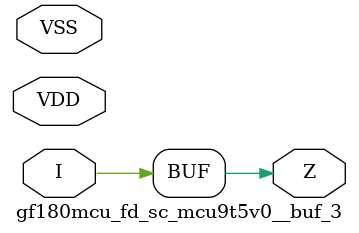
<source format=v>

module gf180mcu_fd_sc_mcu9t5v0__buf_3( I, Z, VDD, VSS );
input I;
inout VDD, VSS;
output Z;

	buf MGM_BG_0( Z, I );

endmodule

</source>
